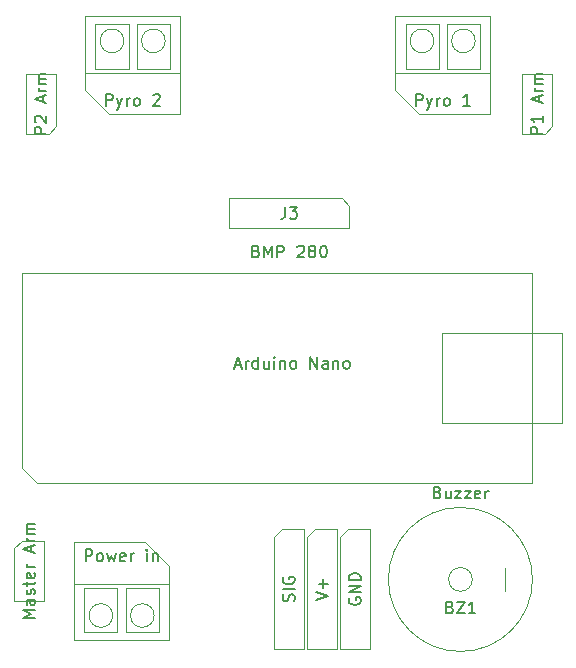
<source format=gbr>
%TF.GenerationSoftware,KiCad,Pcbnew,(6.0.1)*%
%TF.CreationDate,2022-02-20T15:56:06+01:00*%
%TF.ProjectId,NANOFC,4e414e4f-4643-42e6-9b69-6361645f7063,rev?*%
%TF.SameCoordinates,Original*%
%TF.FileFunction,AssemblyDrawing,Top*%
%FSLAX46Y46*%
G04 Gerber Fmt 4.6, Leading zero omitted, Abs format (unit mm)*
G04 Created by KiCad (PCBNEW (6.0.1)) date 2022-02-20 15:56:06*
%MOMM*%
%LPD*%
G01*
G04 APERTURE LIST*
%ADD10C,0.150000*%
%ADD11C,0.100000*%
G04 APERTURE END LIST*
D10*
%TO.C,Pyro 2*%
X159488095Y-70902380D02*
X159488095Y-69902380D01*
X159869047Y-69902380D01*
X159964285Y-69950000D01*
X160011904Y-69997619D01*
X160059523Y-70092857D01*
X160059523Y-70235714D01*
X160011904Y-70330952D01*
X159964285Y-70378571D01*
X159869047Y-70426190D01*
X159488095Y-70426190D01*
X160392857Y-70235714D02*
X160630952Y-70902380D01*
X160869047Y-70235714D02*
X160630952Y-70902380D01*
X160535714Y-71140476D01*
X160488095Y-71188095D01*
X160392857Y-71235714D01*
X161250000Y-70902380D02*
X161250000Y-70235714D01*
X161250000Y-70426190D02*
X161297619Y-70330952D01*
X161345238Y-70283333D01*
X161440476Y-70235714D01*
X161535714Y-70235714D01*
X162011904Y-70902380D02*
X161916666Y-70854761D01*
X161869047Y-70807142D01*
X161821428Y-70711904D01*
X161821428Y-70426190D01*
X161869047Y-70330952D01*
X161916666Y-70283333D01*
X162011904Y-70235714D01*
X162154761Y-70235714D01*
X162250000Y-70283333D01*
X162297619Y-70330952D01*
X162345238Y-70426190D01*
X162345238Y-70711904D01*
X162297619Y-70807142D01*
X162250000Y-70854761D01*
X162154761Y-70902380D01*
X162011904Y-70902380D01*
X163488095Y-69997619D02*
X163535714Y-69950000D01*
X163630952Y-69902380D01*
X163869047Y-69902380D01*
X163964285Y-69950000D01*
X164011904Y-69997619D01*
X164059523Y-70092857D01*
X164059523Y-70188095D01*
X164011904Y-70330952D01*
X163440476Y-70902380D01*
X164059523Y-70902380D01*
%TO.C,Master Arm*%
X153452380Y-114270000D02*
X152452380Y-114270000D01*
X153166666Y-113936666D01*
X152452380Y-113603333D01*
X153452380Y-113603333D01*
X153452380Y-112698571D02*
X152928571Y-112698571D01*
X152833333Y-112746190D01*
X152785714Y-112841428D01*
X152785714Y-113031904D01*
X152833333Y-113127142D01*
X153404761Y-112698571D02*
X153452380Y-112793809D01*
X153452380Y-113031904D01*
X153404761Y-113127142D01*
X153309523Y-113174761D01*
X153214285Y-113174761D01*
X153119047Y-113127142D01*
X153071428Y-113031904D01*
X153071428Y-112793809D01*
X153023809Y-112698571D01*
X153404761Y-112270000D02*
X153452380Y-112174761D01*
X153452380Y-111984285D01*
X153404761Y-111889047D01*
X153309523Y-111841428D01*
X153261904Y-111841428D01*
X153166666Y-111889047D01*
X153119047Y-111984285D01*
X153119047Y-112127142D01*
X153071428Y-112222380D01*
X152976190Y-112270000D01*
X152928571Y-112270000D01*
X152833333Y-112222380D01*
X152785714Y-112127142D01*
X152785714Y-111984285D01*
X152833333Y-111889047D01*
X152785714Y-111555714D02*
X152785714Y-111174761D01*
X152452380Y-111412857D02*
X153309523Y-111412857D01*
X153404761Y-111365238D01*
X153452380Y-111270000D01*
X153452380Y-111174761D01*
X153404761Y-110460476D02*
X153452380Y-110555714D01*
X153452380Y-110746190D01*
X153404761Y-110841428D01*
X153309523Y-110889047D01*
X152928571Y-110889047D01*
X152833333Y-110841428D01*
X152785714Y-110746190D01*
X152785714Y-110555714D01*
X152833333Y-110460476D01*
X152928571Y-110412857D01*
X153023809Y-110412857D01*
X153119047Y-110889047D01*
X153452380Y-109984285D02*
X152785714Y-109984285D01*
X152976190Y-109984285D02*
X152880952Y-109936666D01*
X152833333Y-109889047D01*
X152785714Y-109793809D01*
X152785714Y-109698571D01*
X153166666Y-108650952D02*
X153166666Y-108174761D01*
X153452380Y-108746190D02*
X152452380Y-108412857D01*
X153452380Y-108079523D01*
X153452380Y-107746190D02*
X152785714Y-107746190D01*
X152976190Y-107746190D02*
X152880952Y-107698571D01*
X152833333Y-107650952D01*
X152785714Y-107555714D01*
X152785714Y-107460476D01*
X153452380Y-107127142D02*
X152785714Y-107127142D01*
X152880952Y-107127142D02*
X152833333Y-107079523D01*
X152785714Y-106984285D01*
X152785714Y-106841428D01*
X152833333Y-106746190D01*
X152928571Y-106698571D01*
X153452380Y-106698571D01*
X152928571Y-106698571D02*
X152833333Y-106650952D01*
X152785714Y-106555714D01*
X152785714Y-106412857D01*
X152833333Y-106317619D01*
X152928571Y-106270000D01*
X153452380Y-106270000D01*
%TO.C,BZ1*%
X187571428Y-103618571D02*
X187714285Y-103666190D01*
X187761904Y-103713809D01*
X187809523Y-103809047D01*
X187809523Y-103951904D01*
X187761904Y-104047142D01*
X187714285Y-104094761D01*
X187619047Y-104142380D01*
X187238095Y-104142380D01*
X187238095Y-103142380D01*
X187571428Y-103142380D01*
X187666666Y-103190000D01*
X187714285Y-103237619D01*
X187761904Y-103332857D01*
X187761904Y-103428095D01*
X187714285Y-103523333D01*
X187666666Y-103570952D01*
X187571428Y-103618571D01*
X187238095Y-103618571D01*
X188666666Y-103475714D02*
X188666666Y-104142380D01*
X188238095Y-103475714D02*
X188238095Y-103999523D01*
X188285714Y-104094761D01*
X188380952Y-104142380D01*
X188523809Y-104142380D01*
X188619047Y-104094761D01*
X188666666Y-104047142D01*
X189047619Y-103475714D02*
X189571428Y-103475714D01*
X189047619Y-104142380D01*
X189571428Y-104142380D01*
X189857142Y-103475714D02*
X190380952Y-103475714D01*
X189857142Y-104142380D01*
X190380952Y-104142380D01*
X191142857Y-104094761D02*
X191047619Y-104142380D01*
X190857142Y-104142380D01*
X190761904Y-104094761D01*
X190714285Y-103999523D01*
X190714285Y-103618571D01*
X190761904Y-103523333D01*
X190857142Y-103475714D01*
X191047619Y-103475714D01*
X191142857Y-103523333D01*
X191190476Y-103618571D01*
X191190476Y-103713809D01*
X190714285Y-103809047D01*
X191619047Y-104142380D02*
X191619047Y-103475714D01*
X191619047Y-103666190D02*
X191666666Y-103570952D01*
X191714285Y-103523333D01*
X191809523Y-103475714D01*
X191904761Y-103475714D01*
X188619047Y-113358571D02*
X188761904Y-113406190D01*
X188809523Y-113453809D01*
X188857142Y-113549047D01*
X188857142Y-113691904D01*
X188809523Y-113787142D01*
X188761904Y-113834761D01*
X188666666Y-113882380D01*
X188285714Y-113882380D01*
X188285714Y-112882380D01*
X188619047Y-112882380D01*
X188714285Y-112930000D01*
X188761904Y-112977619D01*
X188809523Y-113072857D01*
X188809523Y-113168095D01*
X188761904Y-113263333D01*
X188714285Y-113310952D01*
X188619047Y-113358571D01*
X188285714Y-113358571D01*
X189190476Y-112882380D02*
X189857142Y-112882380D01*
X189190476Y-113882380D01*
X189857142Y-113882380D01*
X190761904Y-113882380D02*
X190190476Y-113882380D01*
X190476190Y-113882380D02*
X190476190Y-112882380D01*
X190380952Y-113025238D01*
X190285714Y-113120476D01*
X190190476Y-113168095D01*
%TO.C,J3*%
X172180476Y-83208571D02*
X172323333Y-83256190D01*
X172370952Y-83303809D01*
X172418571Y-83399047D01*
X172418571Y-83541904D01*
X172370952Y-83637142D01*
X172323333Y-83684761D01*
X172228095Y-83732380D01*
X171847142Y-83732380D01*
X171847142Y-82732380D01*
X172180476Y-82732380D01*
X172275714Y-82780000D01*
X172323333Y-82827619D01*
X172370952Y-82922857D01*
X172370952Y-83018095D01*
X172323333Y-83113333D01*
X172275714Y-83160952D01*
X172180476Y-83208571D01*
X171847142Y-83208571D01*
X172847142Y-83732380D02*
X172847142Y-82732380D01*
X173180476Y-83446666D01*
X173513809Y-82732380D01*
X173513809Y-83732380D01*
X173990000Y-83732380D02*
X173990000Y-82732380D01*
X174370952Y-82732380D01*
X174466190Y-82780000D01*
X174513809Y-82827619D01*
X174561428Y-82922857D01*
X174561428Y-83065714D01*
X174513809Y-83160952D01*
X174466190Y-83208571D01*
X174370952Y-83256190D01*
X173990000Y-83256190D01*
X175704285Y-82827619D02*
X175751904Y-82780000D01*
X175847142Y-82732380D01*
X176085238Y-82732380D01*
X176180476Y-82780000D01*
X176228095Y-82827619D01*
X176275714Y-82922857D01*
X176275714Y-83018095D01*
X176228095Y-83160952D01*
X175656666Y-83732380D01*
X176275714Y-83732380D01*
X176847142Y-83160952D02*
X176751904Y-83113333D01*
X176704285Y-83065714D01*
X176656666Y-82970476D01*
X176656666Y-82922857D01*
X176704285Y-82827619D01*
X176751904Y-82780000D01*
X176847142Y-82732380D01*
X177037619Y-82732380D01*
X177132857Y-82780000D01*
X177180476Y-82827619D01*
X177228095Y-82922857D01*
X177228095Y-82970476D01*
X177180476Y-83065714D01*
X177132857Y-83113333D01*
X177037619Y-83160952D01*
X176847142Y-83160952D01*
X176751904Y-83208571D01*
X176704285Y-83256190D01*
X176656666Y-83351428D01*
X176656666Y-83541904D01*
X176704285Y-83637142D01*
X176751904Y-83684761D01*
X176847142Y-83732380D01*
X177037619Y-83732380D01*
X177132857Y-83684761D01*
X177180476Y-83637142D01*
X177228095Y-83541904D01*
X177228095Y-83351428D01*
X177180476Y-83256190D01*
X177132857Y-83208571D01*
X177037619Y-83160952D01*
X177847142Y-82732380D02*
X177942380Y-82732380D01*
X178037619Y-82780000D01*
X178085238Y-82827619D01*
X178132857Y-82922857D01*
X178180476Y-83113333D01*
X178180476Y-83351428D01*
X178132857Y-83541904D01*
X178085238Y-83637142D01*
X178037619Y-83684761D01*
X177942380Y-83732380D01*
X177847142Y-83732380D01*
X177751904Y-83684761D01*
X177704285Y-83637142D01*
X177656666Y-83541904D01*
X177609047Y-83351428D01*
X177609047Y-83113333D01*
X177656666Y-82922857D01*
X177704285Y-82827619D01*
X177751904Y-82780000D01*
X177847142Y-82732380D01*
X174656666Y-79452380D02*
X174656666Y-80166666D01*
X174609047Y-80309523D01*
X174513809Y-80404761D01*
X174370952Y-80452380D01*
X174275714Y-80452380D01*
X175037619Y-79452380D02*
X175656666Y-79452380D01*
X175323333Y-79833333D01*
X175466190Y-79833333D01*
X175561428Y-79880952D01*
X175609047Y-79928571D01*
X175656666Y-80023809D01*
X175656666Y-80261904D01*
X175609047Y-80357142D01*
X175561428Y-80404761D01*
X175466190Y-80452380D01*
X175180476Y-80452380D01*
X175085238Y-80404761D01*
X175037619Y-80357142D01*
%TO.C,GND*%
X180100000Y-112571904D02*
X180052380Y-112667142D01*
X180052380Y-112810000D01*
X180100000Y-112952857D01*
X180195238Y-113048095D01*
X180290476Y-113095714D01*
X180480952Y-113143333D01*
X180623809Y-113143333D01*
X180814285Y-113095714D01*
X180909523Y-113048095D01*
X181004761Y-112952857D01*
X181052380Y-112810000D01*
X181052380Y-112714761D01*
X181004761Y-112571904D01*
X180957142Y-112524285D01*
X180623809Y-112524285D01*
X180623809Y-112714761D01*
X181052380Y-112095714D02*
X180052380Y-112095714D01*
X181052380Y-111524285D01*
X180052380Y-111524285D01*
X181052380Y-111048095D02*
X180052380Y-111048095D01*
X180052380Y-110810000D01*
X180100000Y-110667142D01*
X180195238Y-110571904D01*
X180290476Y-110524285D01*
X180480952Y-110476666D01*
X180623809Y-110476666D01*
X180814285Y-110524285D01*
X180909523Y-110571904D01*
X181004761Y-110667142D01*
X181052380Y-110810000D01*
X181052380Y-111048095D01*
%TO.C,A1*%
X170402857Y-92866666D02*
X170879047Y-92866666D01*
X170307619Y-93152380D02*
X170640952Y-92152380D01*
X170974285Y-93152380D01*
X171307619Y-93152380D02*
X171307619Y-92485714D01*
X171307619Y-92676190D02*
X171355238Y-92580952D01*
X171402857Y-92533333D01*
X171498095Y-92485714D01*
X171593333Y-92485714D01*
X172355238Y-93152380D02*
X172355238Y-92152380D01*
X172355238Y-93104761D02*
X172260000Y-93152380D01*
X172069523Y-93152380D01*
X171974285Y-93104761D01*
X171926666Y-93057142D01*
X171879047Y-92961904D01*
X171879047Y-92676190D01*
X171926666Y-92580952D01*
X171974285Y-92533333D01*
X172069523Y-92485714D01*
X172260000Y-92485714D01*
X172355238Y-92533333D01*
X173260000Y-92485714D02*
X173260000Y-93152380D01*
X172831428Y-92485714D02*
X172831428Y-93009523D01*
X172879047Y-93104761D01*
X172974285Y-93152380D01*
X173117142Y-93152380D01*
X173212380Y-93104761D01*
X173260000Y-93057142D01*
X173736190Y-93152380D02*
X173736190Y-92485714D01*
X173736190Y-92152380D02*
X173688571Y-92200000D01*
X173736190Y-92247619D01*
X173783809Y-92200000D01*
X173736190Y-92152380D01*
X173736190Y-92247619D01*
X174212380Y-92485714D02*
X174212380Y-93152380D01*
X174212380Y-92580952D02*
X174260000Y-92533333D01*
X174355238Y-92485714D01*
X174498095Y-92485714D01*
X174593333Y-92533333D01*
X174640952Y-92628571D01*
X174640952Y-93152380D01*
X175260000Y-93152380D02*
X175164761Y-93104761D01*
X175117142Y-93057142D01*
X175069523Y-92961904D01*
X175069523Y-92676190D01*
X175117142Y-92580952D01*
X175164761Y-92533333D01*
X175260000Y-92485714D01*
X175402857Y-92485714D01*
X175498095Y-92533333D01*
X175545714Y-92580952D01*
X175593333Y-92676190D01*
X175593333Y-92961904D01*
X175545714Y-93057142D01*
X175498095Y-93104761D01*
X175402857Y-93152380D01*
X175260000Y-93152380D01*
X176783809Y-93152380D02*
X176783809Y-92152380D01*
X177355238Y-93152380D01*
X177355238Y-92152380D01*
X178260000Y-93152380D02*
X178260000Y-92628571D01*
X178212380Y-92533333D01*
X178117142Y-92485714D01*
X177926666Y-92485714D01*
X177831428Y-92533333D01*
X178260000Y-93104761D02*
X178164761Y-93152380D01*
X177926666Y-93152380D01*
X177831428Y-93104761D01*
X177783809Y-93009523D01*
X177783809Y-92914285D01*
X177831428Y-92819047D01*
X177926666Y-92771428D01*
X178164761Y-92771428D01*
X178260000Y-92723809D01*
X178736190Y-92485714D02*
X178736190Y-93152380D01*
X178736190Y-92580952D02*
X178783809Y-92533333D01*
X178879047Y-92485714D01*
X179021904Y-92485714D01*
X179117142Y-92533333D01*
X179164761Y-92628571D01*
X179164761Y-93152380D01*
X179783809Y-93152380D02*
X179688571Y-93104761D01*
X179640952Y-93057142D01*
X179593333Y-92961904D01*
X179593333Y-92676190D01*
X179640952Y-92580952D01*
X179688571Y-92533333D01*
X179783809Y-92485714D01*
X179926666Y-92485714D01*
X180021904Y-92533333D01*
X180069523Y-92580952D01*
X180117142Y-92676190D01*
X180117142Y-92961904D01*
X180069523Y-93057142D01*
X180021904Y-93104761D01*
X179926666Y-93152380D01*
X179783809Y-93152380D01*
%TO.C,P1 Arm*%
X196452380Y-73253809D02*
X195452380Y-73253809D01*
X195452380Y-72872857D01*
X195500000Y-72777619D01*
X195547619Y-72730000D01*
X195642857Y-72682380D01*
X195785714Y-72682380D01*
X195880952Y-72730000D01*
X195928571Y-72777619D01*
X195976190Y-72872857D01*
X195976190Y-73253809D01*
X196452380Y-71730000D02*
X196452380Y-72301428D01*
X196452380Y-72015714D02*
X195452380Y-72015714D01*
X195595238Y-72110952D01*
X195690476Y-72206190D01*
X195738095Y-72301428D01*
X196166666Y-70587142D02*
X196166666Y-70110952D01*
X196452380Y-70682380D02*
X195452380Y-70349047D01*
X196452380Y-70015714D01*
X196452380Y-69682380D02*
X195785714Y-69682380D01*
X195976190Y-69682380D02*
X195880952Y-69634761D01*
X195833333Y-69587142D01*
X195785714Y-69491904D01*
X195785714Y-69396666D01*
X196452380Y-69063333D02*
X195785714Y-69063333D01*
X195880952Y-69063333D02*
X195833333Y-69015714D01*
X195785714Y-68920476D01*
X195785714Y-68777619D01*
X195833333Y-68682380D01*
X195928571Y-68634761D01*
X196452380Y-68634761D01*
X195928571Y-68634761D02*
X195833333Y-68587142D01*
X195785714Y-68491904D01*
X195785714Y-68349047D01*
X195833333Y-68253809D01*
X195928571Y-68206190D01*
X196452380Y-68206190D01*
%TO.C,V+*%
X177252380Y-112762380D02*
X178252380Y-112429047D01*
X177252380Y-112095714D01*
X177871428Y-111762380D02*
X177871428Y-111000476D01*
X178252380Y-111381428D02*
X177490476Y-111381428D01*
%TO.C,Pyro 1*%
X185738095Y-70902380D02*
X185738095Y-69902380D01*
X186119047Y-69902380D01*
X186214285Y-69950000D01*
X186261904Y-69997619D01*
X186309523Y-70092857D01*
X186309523Y-70235714D01*
X186261904Y-70330952D01*
X186214285Y-70378571D01*
X186119047Y-70426190D01*
X185738095Y-70426190D01*
X186642857Y-70235714D02*
X186880952Y-70902380D01*
X187119047Y-70235714D02*
X186880952Y-70902380D01*
X186785714Y-71140476D01*
X186738095Y-71188095D01*
X186642857Y-71235714D01*
X187500000Y-70902380D02*
X187500000Y-70235714D01*
X187500000Y-70426190D02*
X187547619Y-70330952D01*
X187595238Y-70283333D01*
X187690476Y-70235714D01*
X187785714Y-70235714D01*
X188261904Y-70902380D02*
X188166666Y-70854761D01*
X188119047Y-70807142D01*
X188071428Y-70711904D01*
X188071428Y-70426190D01*
X188119047Y-70330952D01*
X188166666Y-70283333D01*
X188261904Y-70235714D01*
X188404761Y-70235714D01*
X188500000Y-70283333D01*
X188547619Y-70330952D01*
X188595238Y-70426190D01*
X188595238Y-70711904D01*
X188547619Y-70807142D01*
X188500000Y-70854761D01*
X188404761Y-70902380D01*
X188261904Y-70902380D01*
X190309523Y-70902380D02*
X189738095Y-70902380D01*
X190023809Y-70902380D02*
X190023809Y-69902380D01*
X189928571Y-70045238D01*
X189833333Y-70140476D01*
X189738095Y-70188095D01*
%TO.C,Power in*%
X157762380Y-109457380D02*
X157762380Y-108457380D01*
X158143333Y-108457380D01*
X158238571Y-108505000D01*
X158286190Y-108552619D01*
X158333809Y-108647857D01*
X158333809Y-108790714D01*
X158286190Y-108885952D01*
X158238571Y-108933571D01*
X158143333Y-108981190D01*
X157762380Y-108981190D01*
X158905238Y-109457380D02*
X158810000Y-109409761D01*
X158762380Y-109362142D01*
X158714761Y-109266904D01*
X158714761Y-108981190D01*
X158762380Y-108885952D01*
X158810000Y-108838333D01*
X158905238Y-108790714D01*
X159048095Y-108790714D01*
X159143333Y-108838333D01*
X159190952Y-108885952D01*
X159238571Y-108981190D01*
X159238571Y-109266904D01*
X159190952Y-109362142D01*
X159143333Y-109409761D01*
X159048095Y-109457380D01*
X158905238Y-109457380D01*
X159571904Y-108790714D02*
X159762380Y-109457380D01*
X159952857Y-108981190D01*
X160143333Y-109457380D01*
X160333809Y-108790714D01*
X161095714Y-109409761D02*
X161000476Y-109457380D01*
X160810000Y-109457380D01*
X160714761Y-109409761D01*
X160667142Y-109314523D01*
X160667142Y-108933571D01*
X160714761Y-108838333D01*
X160810000Y-108790714D01*
X161000476Y-108790714D01*
X161095714Y-108838333D01*
X161143333Y-108933571D01*
X161143333Y-109028809D01*
X160667142Y-109124047D01*
X161571904Y-109457380D02*
X161571904Y-108790714D01*
X161571904Y-108981190D02*
X161619523Y-108885952D01*
X161667142Y-108838333D01*
X161762380Y-108790714D01*
X161857619Y-108790714D01*
X162952857Y-109457380D02*
X162952857Y-108790714D01*
X162952857Y-108457380D02*
X162905238Y-108505000D01*
X162952857Y-108552619D01*
X163000476Y-108505000D01*
X162952857Y-108457380D01*
X162952857Y-108552619D01*
X163429047Y-108790714D02*
X163429047Y-109457380D01*
X163429047Y-108885952D02*
X163476666Y-108838333D01*
X163571904Y-108790714D01*
X163714761Y-108790714D01*
X163810000Y-108838333D01*
X163857619Y-108933571D01*
X163857619Y-109457380D01*
%TO.C,P2 Arm*%
X154452380Y-73253809D02*
X153452380Y-73253809D01*
X153452380Y-72872857D01*
X153500000Y-72777619D01*
X153547619Y-72730000D01*
X153642857Y-72682380D01*
X153785714Y-72682380D01*
X153880952Y-72730000D01*
X153928571Y-72777619D01*
X153976190Y-72872857D01*
X153976190Y-73253809D01*
X153547619Y-72301428D02*
X153500000Y-72253809D01*
X153452380Y-72158571D01*
X153452380Y-71920476D01*
X153500000Y-71825238D01*
X153547619Y-71777619D01*
X153642857Y-71730000D01*
X153738095Y-71730000D01*
X153880952Y-71777619D01*
X154452380Y-72349047D01*
X154452380Y-71730000D01*
X154166666Y-70587142D02*
X154166666Y-70110952D01*
X154452380Y-70682380D02*
X153452380Y-70349047D01*
X154452380Y-70015714D01*
X154452380Y-69682380D02*
X153785714Y-69682380D01*
X153976190Y-69682380D02*
X153880952Y-69634761D01*
X153833333Y-69587142D01*
X153785714Y-69491904D01*
X153785714Y-69396666D01*
X154452380Y-69063333D02*
X153785714Y-69063333D01*
X153880952Y-69063333D02*
X153833333Y-69015714D01*
X153785714Y-68920476D01*
X153785714Y-68777619D01*
X153833333Y-68682380D01*
X153928571Y-68634761D01*
X154452380Y-68634761D01*
X153928571Y-68634761D02*
X153833333Y-68587142D01*
X153785714Y-68491904D01*
X153785714Y-68349047D01*
X153833333Y-68253809D01*
X153928571Y-68206190D01*
X154452380Y-68206190D01*
%TO.C,SIG*%
X175404761Y-112833809D02*
X175452380Y-112690952D01*
X175452380Y-112452857D01*
X175404761Y-112357619D01*
X175357142Y-112310000D01*
X175261904Y-112262380D01*
X175166666Y-112262380D01*
X175071428Y-112310000D01*
X175023809Y-112357619D01*
X174976190Y-112452857D01*
X174928571Y-112643333D01*
X174880952Y-112738571D01*
X174833333Y-112786190D01*
X174738095Y-112833809D01*
X174642857Y-112833809D01*
X174547619Y-112786190D01*
X174500000Y-112738571D01*
X174452380Y-112643333D01*
X174452380Y-112405238D01*
X174500000Y-112262380D01*
X175452380Y-111833809D02*
X174452380Y-111833809D01*
X174500000Y-110833809D02*
X174452380Y-110929047D01*
X174452380Y-111071904D01*
X174500000Y-111214761D01*
X174595238Y-111310000D01*
X174690476Y-111357619D01*
X174880952Y-111405238D01*
X175023809Y-111405238D01*
X175214285Y-111357619D01*
X175309523Y-111310000D01*
X175404761Y-111214761D01*
X175452380Y-111071904D01*
X175452380Y-110976666D01*
X175404761Y-110833809D01*
X175357142Y-110786190D01*
X175023809Y-110786190D01*
X175023809Y-110976666D01*
D11*
%TO.C,Pyro 2*%
X164900000Y-67750000D02*
X164900000Y-64000000D01*
X162100000Y-64000000D02*
X162100000Y-67750000D01*
X164900000Y-64000000D02*
X162100000Y-64000000D01*
X162100000Y-67750000D02*
X164900000Y-67750000D01*
X157750000Y-69600000D02*
X157750000Y-63300000D01*
X165750000Y-63300000D02*
X165750000Y-71600000D01*
X157750000Y-63300000D02*
X165750000Y-63300000D01*
X159750000Y-71600000D02*
X157750000Y-69600000D01*
X165750000Y-71600000D02*
X159750000Y-71600000D01*
X158600000Y-67750000D02*
X161400000Y-67750000D01*
X161400000Y-64000000D02*
X158600000Y-64000000D01*
X161400000Y-67750000D02*
X161400000Y-64000000D01*
X157750000Y-68100000D02*
X165750000Y-68100000D01*
X158600000Y-64000000D02*
X158600000Y-67750000D01*
X164500000Y-65400000D02*
G75*
G03*
X164500000Y-65400000I-1000000J0D01*
G01*
X161000000Y-65400000D02*
G75*
G03*
X161000000Y-65400000I-1000000J0D01*
G01*
%TO.C,Master Arm*%
X154270000Y-107730000D02*
X154270000Y-112810000D01*
X151730000Y-108365000D02*
X152365000Y-107730000D01*
X154270000Y-112810000D02*
X151730000Y-112810000D01*
X151730000Y-112810000D02*
X151730000Y-108365000D01*
X152365000Y-107730000D02*
X154270000Y-107730000D01*
%TO.C,BZ1*%
X193300000Y-112000000D02*
X193300000Y-110000000D01*
X190500000Y-111000000D02*
G75*
G03*
X190500000Y-111000000I-1000000J0D01*
G01*
X195600000Y-111000000D02*
G75*
G03*
X195600000Y-111000000I-6100000J0D01*
G01*
%TO.C,J3*%
X169910000Y-81270000D02*
X169910000Y-78730000D01*
X180070000Y-81270000D02*
X169910000Y-81270000D01*
X169910000Y-78730000D02*
X179435000Y-78730000D01*
X179435000Y-78730000D02*
X180070000Y-79365000D01*
X180070000Y-79365000D02*
X180070000Y-81270000D01*
%TO.C,GND*%
X179330000Y-107365000D02*
X179965000Y-106730000D01*
X179330000Y-116890000D02*
X179330000Y-107365000D01*
X181870000Y-106730000D02*
X181870000Y-116890000D01*
X179965000Y-106730000D02*
X181870000Y-106730000D01*
X181870000Y-116890000D02*
X179330000Y-116890000D01*
%TO.C,A1*%
X187960000Y-97780000D02*
X187960000Y-90160000D01*
X152400000Y-101590000D02*
X152400000Y-85080000D01*
X195580000Y-85080000D02*
X195580000Y-102860000D01*
X198120000Y-97780000D02*
X187960000Y-97780000D01*
X195580000Y-102860000D02*
X153670000Y-102860000D01*
X187960000Y-90160000D02*
X198120000Y-90160000D01*
X153670000Y-102860000D02*
X152400000Y-101590000D01*
X198120000Y-90160000D02*
X198120000Y-97780000D01*
X152400000Y-85080000D02*
X195580000Y-85080000D01*
%TO.C,P1 Arm*%
X194730000Y-68190000D02*
X197270000Y-68190000D01*
X196635000Y-73270000D02*
X194730000Y-73270000D01*
X197270000Y-68190000D02*
X197270000Y-72635000D01*
X197270000Y-72635000D02*
X196635000Y-73270000D01*
X194730000Y-73270000D02*
X194730000Y-68190000D01*
%TO.C,V+*%
X176530000Y-107365000D02*
X177165000Y-106730000D01*
X179070000Y-116890000D02*
X176530000Y-116890000D01*
X177165000Y-106730000D02*
X179070000Y-106730000D01*
X179070000Y-106730000D02*
X179070000Y-116890000D01*
X176530000Y-116890000D02*
X176530000Y-107365000D01*
%TO.C,Pyro 1*%
X191150000Y-64000000D02*
X188350000Y-64000000D01*
X187650000Y-67750000D02*
X187650000Y-64000000D01*
X184000000Y-68100000D02*
X192000000Y-68100000D01*
X184850000Y-64000000D02*
X184850000Y-67750000D01*
X187650000Y-64000000D02*
X184850000Y-64000000D01*
X188350000Y-67750000D02*
X191150000Y-67750000D01*
X186000000Y-71600000D02*
X184000000Y-69600000D01*
X192000000Y-63300000D02*
X192000000Y-71600000D01*
X184000000Y-63300000D02*
X192000000Y-63300000D01*
X191150000Y-67750000D02*
X191150000Y-64000000D01*
X184000000Y-69600000D02*
X184000000Y-63300000D01*
X184850000Y-67750000D02*
X187650000Y-67750000D01*
X192000000Y-71600000D02*
X186000000Y-71600000D01*
X188350000Y-64000000D02*
X188350000Y-67750000D01*
X187250000Y-65400000D02*
G75*
G03*
X187250000Y-65400000I-1000000J0D01*
G01*
X190750000Y-65400000D02*
G75*
G03*
X190750000Y-65400000I-1000000J0D01*
G01*
%TO.C,Power in*%
X157660000Y-111705000D02*
X157660000Y-115455000D01*
X160460000Y-111705000D02*
X157660000Y-111705000D01*
X161160000Y-115455000D02*
X163960000Y-115455000D01*
X164810000Y-109855000D02*
X164810000Y-116155000D01*
X162810000Y-107855000D02*
X164810000Y-109855000D01*
X157660000Y-115455000D02*
X160460000Y-115455000D01*
X164810000Y-116155000D02*
X156810000Y-116155000D01*
X161160000Y-111705000D02*
X161160000Y-115455000D01*
X164810000Y-111355000D02*
X156810000Y-111355000D01*
X163960000Y-111705000D02*
X161160000Y-111705000D01*
X160460000Y-115455000D02*
X160460000Y-111705000D01*
X156810000Y-116155000D02*
X156810000Y-107855000D01*
X156810000Y-107855000D02*
X162810000Y-107855000D01*
X163960000Y-115455000D02*
X163960000Y-111705000D01*
X163560000Y-114055000D02*
G75*
G03*
X163560000Y-114055000I-1000000J0D01*
G01*
X160060000Y-114055000D02*
G75*
G03*
X160060000Y-114055000I-1000000J0D01*
G01*
%TO.C,P2 Arm*%
X152730000Y-73270000D02*
X152730000Y-68190000D01*
X155270000Y-68190000D02*
X155270000Y-72635000D01*
X152730000Y-68190000D02*
X155270000Y-68190000D01*
X154635000Y-73270000D02*
X152730000Y-73270000D01*
X155270000Y-72635000D02*
X154635000Y-73270000D01*
%TO.C,SIG*%
X174365000Y-106730000D02*
X176270000Y-106730000D01*
X173730000Y-116890000D02*
X173730000Y-107365000D01*
X173730000Y-107365000D02*
X174365000Y-106730000D01*
X176270000Y-106730000D02*
X176270000Y-116890000D01*
X176270000Y-116890000D02*
X173730000Y-116890000D01*
%TD*%
M02*

</source>
